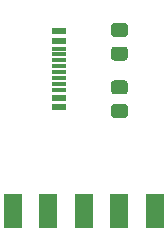
<source format=gbr>
%TF.GenerationSoftware,KiCad,Pcbnew,(5.1.10)-1*%
%TF.CreationDate,2021-05-17T17:41:51-05:00*%
%TF.ProjectId,YMDK_USB_C,594d444b-5f55-4534-925f-432e6b696361,rev?*%
%TF.SameCoordinates,Original*%
%TF.FileFunction,Paste,Top*%
%TF.FilePolarity,Positive*%
%FSLAX46Y46*%
G04 Gerber Fmt 4.6, Leading zero omitted, Abs format (unit mm)*
G04 Created by KiCad (PCBNEW (5.1.10)-1) date 2021-05-17 17:41:51*
%MOMM*%
%LPD*%
G01*
G04 APERTURE LIST*
%ADD10R,1.150000X0.600000*%
%ADD11R,1.150000X0.300000*%
%ADD12R,1.524000X3.000000*%
G04 APERTURE END LIST*
D10*
%TO.C,J1*%
X135855000Y-65318000D03*
X135855000Y-71718000D03*
X135855000Y-66118000D03*
X135855000Y-70918000D03*
D11*
X135855000Y-68768000D03*
X135855000Y-68268000D03*
X135855000Y-69268000D03*
X135855000Y-69768000D03*
X135855000Y-70268000D03*
X135855000Y-67768000D03*
X135855000Y-67268000D03*
X135855000Y-66768000D03*
%TD*%
D12*
%TO.C,J2_5*%
X132000000Y-80500000D03*
%TD*%
%TO.C,J2_4*%
X135000000Y-80500000D03*
%TD*%
%TO.C,J2_3*%
X138000000Y-80500000D03*
%TD*%
%TO.C,J2_2*%
X141000000Y-80500000D03*
%TD*%
%TO.C,J2_1*%
X144000000Y-80500000D03*
%TD*%
%TO.C,R2*%
G36*
G01*
X140559999Y-71460000D02*
X141460001Y-71460000D01*
G75*
G02*
X141710000Y-71709999I0J-249999D01*
G01*
X141710000Y-72410001D01*
G75*
G02*
X141460001Y-72660000I-249999J0D01*
G01*
X140559999Y-72660000D01*
G75*
G02*
X140310000Y-72410001I0J249999D01*
G01*
X140310000Y-71709999D01*
G75*
G02*
X140559999Y-71460000I249999J0D01*
G01*
G37*
G36*
G01*
X140559999Y-69460000D02*
X141460001Y-69460000D01*
G75*
G02*
X141710000Y-69709999I0J-249999D01*
G01*
X141710000Y-70410001D01*
G75*
G02*
X141460001Y-70660000I-249999J0D01*
G01*
X140559999Y-70660000D01*
G75*
G02*
X140310000Y-70410001I0J249999D01*
G01*
X140310000Y-69709999D01*
G75*
G02*
X140559999Y-69460000I249999J0D01*
G01*
G37*
%TD*%
%TO.C,R1*%
G36*
G01*
X141460001Y-65800000D02*
X140559999Y-65800000D01*
G75*
G02*
X140310000Y-65550001I0J249999D01*
G01*
X140310000Y-64849999D01*
G75*
G02*
X140559999Y-64600000I249999J0D01*
G01*
X141460001Y-64600000D01*
G75*
G02*
X141710000Y-64849999I0J-249999D01*
G01*
X141710000Y-65550001D01*
G75*
G02*
X141460001Y-65800000I-249999J0D01*
G01*
G37*
G36*
G01*
X141460001Y-67800000D02*
X140559999Y-67800000D01*
G75*
G02*
X140310000Y-67550001I0J249999D01*
G01*
X140310000Y-66849999D01*
G75*
G02*
X140559999Y-66600000I249999J0D01*
G01*
X141460001Y-66600000D01*
G75*
G02*
X141710000Y-66849999I0J-249999D01*
G01*
X141710000Y-67550001D01*
G75*
G02*
X141460001Y-67800000I-249999J0D01*
G01*
G37*
%TD*%
M02*

</source>
